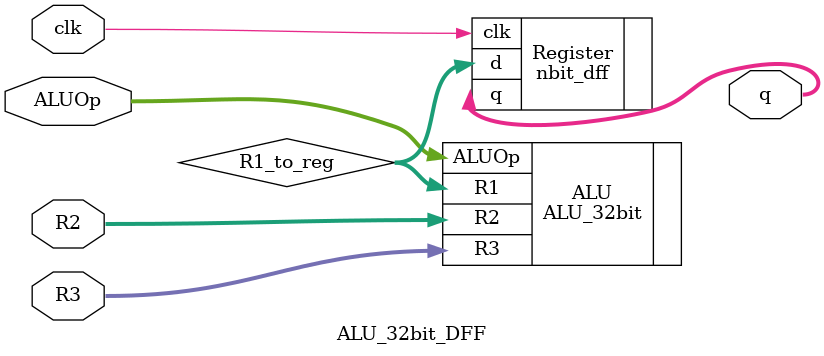
<source format=v>
`timescale 1ns / 1ps


module ALU_32bit_DFF(q,R2,R3,ALUOp,clk);

    parameter WIDTH = 32;
    //Inputs
    input signed [WIDTH-1:0] R2;
    input signed [WIDTH-1:0] R3;
    input [2:0] ALUOp;
    input clk;
    
    //Outputs
    output [WIDTH-1:0] q;
    wire [WIDTH-1:0] R1_to_reg; //really this is the ouput for R1 which will be the input for the register
    
    ALU_32bit #(.WIDTH(WIDTH)) ALU (
        .R1(R1_to_reg), //ouput of ALU
        .R2(R2),
        .R3(R3),
        .ALUOp(ALUOp)
    );
    
    nbit_dff #(.n(WIDTH)) Register( 
        .q(q),
        .d(R1_to_reg), //input to dff
        .clk(clk)
    );
    
    
endmodule

</source>
